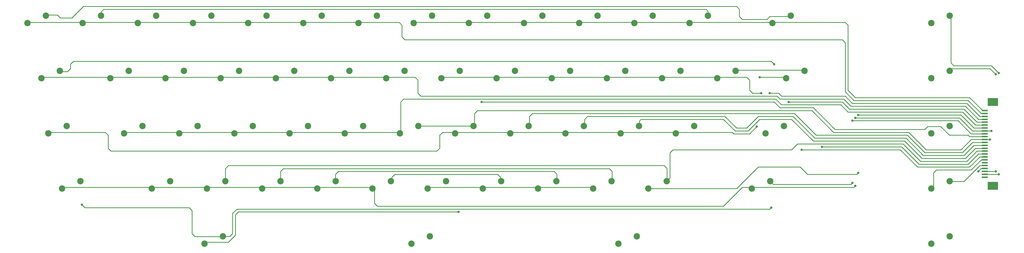
<source format=gtl>
G04 #@! TF.GenerationSoftware,KiCad,Pcbnew,5.1.6-c6e7f7d~86~ubuntu18.04.1*
G04 #@! TF.CreationDate,2020-05-27T13:00:31-07:00*
G04 #@! TF.ProjectId,kbd800xl,6b626438-3030-4786-9c2e-6b696361645f,1.0*
G04 #@! TF.SameCoordinates,Original*
G04 #@! TF.FileFunction,Copper,L1,Top*
G04 #@! TF.FilePolarity,Positive*
%FSLAX46Y46*%
G04 Gerber Fmt 4.6, Leading zero omitted, Abs format (unit mm)*
G04 Created by KiCad (PCBNEW 5.1.6-c6e7f7d~86~ubuntu18.04.1) date 2020-05-27 13:00:31*
%MOMM*%
%LPD*%
G01*
G04 APERTURE LIST*
G04 #@! TA.AperFunction,ComponentPad*
%ADD10C,2.200000*%
G04 #@! TD*
G04 #@! TA.AperFunction,SMDPad,CuDef*
%ADD11R,3.600000X2.680000*%
G04 #@! TD*
G04 #@! TA.AperFunction,SMDPad,CuDef*
%ADD12R,2.000000X0.610000*%
G04 #@! TD*
G04 #@! TA.AperFunction,ViaPad*
%ADD13C,0.800000*%
G04 #@! TD*
G04 #@! TA.AperFunction,Conductor*
%ADD14C,0.250000*%
G04 #@! TD*
G04 APERTURE END LIST*
D10*
X143827500Y-74453750D03*
X150177500Y-71913750D03*
X260508750Y-55403750D03*
X266858750Y-52863750D03*
X255746250Y-74453750D03*
X262096250Y-71913750D03*
X17621250Y-74453750D03*
X23971250Y-71913750D03*
X267652500Y-36353750D03*
X274002500Y-33813750D03*
X262890000Y-17303750D03*
X269240000Y-14763750D03*
X317746250Y-55403750D03*
X324096250Y-52863750D03*
D11*
X339000000Y-44510000D03*
X339000000Y-73490000D03*
D12*
X336200000Y-47500000D03*
X336200000Y-48500000D03*
X336200000Y-49500000D03*
X336200000Y-50500000D03*
X336200000Y-51500000D03*
X336200000Y-52500000D03*
X336200000Y-53500000D03*
X336200000Y-54500000D03*
X336200000Y-55500000D03*
X336200000Y-56500000D03*
X336200000Y-57500000D03*
X336200000Y-58500000D03*
X336200000Y-59500000D03*
X336200000Y-60500000D03*
X336200000Y-61500000D03*
X336200000Y-62500000D03*
X336200000Y-63500000D03*
X336200000Y-64500000D03*
X336200000Y-65500000D03*
X336200000Y-66500000D03*
X336200000Y-67500000D03*
X336200000Y-68500000D03*
X336200000Y-69500000D03*
X336200000Y-70500000D03*
D10*
X317746250Y-93503750D03*
X324096250Y-90963750D03*
X317746250Y-74453750D03*
X324096250Y-71913750D03*
X317746250Y-36353750D03*
X324096250Y-33813750D03*
X317746250Y-17303750D03*
X324096250Y-14763750D03*
X209708750Y-93503750D03*
X216058750Y-90963750D03*
X66833750Y-93503750D03*
X73183750Y-90963750D03*
X138271250Y-93503750D03*
X144621250Y-90963750D03*
X220027500Y-74453750D03*
X226377500Y-71913750D03*
X200977500Y-74453750D03*
X207327500Y-71913750D03*
X181927500Y-74453750D03*
X188277500Y-71913750D03*
X162877500Y-74453750D03*
X169227500Y-71913750D03*
X124777500Y-74453750D03*
X131127500Y-71913750D03*
X105727500Y-74453750D03*
X112077500Y-71913750D03*
X86677500Y-74453750D03*
X93027500Y-71913750D03*
X67627500Y-74453750D03*
X73977500Y-71913750D03*
X48577500Y-74453750D03*
X54927500Y-71913750D03*
X229552500Y-55403750D03*
X235902500Y-52863750D03*
X210502500Y-55403750D03*
X216852500Y-52863750D03*
X191452500Y-55403750D03*
X197802500Y-52863750D03*
X172402500Y-55403750D03*
X178752500Y-52863750D03*
X153352500Y-55403750D03*
X159702500Y-52863750D03*
X134302500Y-55403750D03*
X140652500Y-52863750D03*
X115252500Y-55403750D03*
X121602500Y-52863750D03*
X96202500Y-55403750D03*
X102552500Y-52863750D03*
X77152500Y-55403750D03*
X83502500Y-52863750D03*
X58102500Y-55403750D03*
X64452500Y-52863750D03*
X39052500Y-55403750D03*
X45402500Y-52863750D03*
X12858750Y-55403750D03*
X19208750Y-52863750D03*
X10477500Y-36353750D03*
X16827500Y-33813750D03*
X5715000Y-17303750D03*
X12065000Y-14763750D03*
X243840000Y-36353750D03*
X250190000Y-33813750D03*
X224790000Y-36353750D03*
X231140000Y-33813750D03*
X205740000Y-36353750D03*
X212090000Y-33813750D03*
X186690000Y-36353750D03*
X193040000Y-33813750D03*
X167640000Y-36353750D03*
X173990000Y-33813750D03*
X148590000Y-36353750D03*
X154940000Y-33813750D03*
X129540000Y-36353750D03*
X135890000Y-33813750D03*
X110490000Y-36353750D03*
X116840000Y-33813750D03*
X91440000Y-36353750D03*
X97790000Y-33813750D03*
X72390000Y-36353750D03*
X78740000Y-33813750D03*
X53340000Y-36353750D03*
X59690000Y-33813750D03*
X34290000Y-36353750D03*
X40640000Y-33813750D03*
X234315000Y-17303750D03*
X240665000Y-14763750D03*
X215265000Y-17303750D03*
X221615000Y-14763750D03*
X196215000Y-17303750D03*
X202565000Y-14763750D03*
X177165000Y-17303750D03*
X183515000Y-14763750D03*
X158115000Y-17303750D03*
X164465000Y-14763750D03*
X139065000Y-17303750D03*
X145415000Y-14763750D03*
X120015000Y-17303750D03*
X126365000Y-14763750D03*
X100965000Y-17303750D03*
X107315000Y-14763750D03*
X81915000Y-17303750D03*
X88265000Y-14763750D03*
X62865000Y-17303750D03*
X69215000Y-14763750D03*
X43815000Y-17303750D03*
X50165000Y-14763750D03*
X24765000Y-17303750D03*
X31115000Y-14763750D03*
D13*
X154499976Y-82500000D03*
X262000000Y-41500000D03*
X259000000Y-41500000D03*
X258500000Y-36000000D03*
X268500000Y-44500000D03*
X257500000Y-53000000D03*
X338500000Y-54500000D03*
X341000000Y-34500000D03*
X341000000Y-69500000D03*
X340000000Y-35000000D03*
X340000000Y-68500000D03*
X334000000Y-68450000D03*
X338000000Y-57500000D03*
X291499996Y-50000000D03*
X291499996Y-73499996D03*
X292499990Y-49000000D03*
X292500000Y-69000000D03*
X263500000Y-31500000D03*
X273000000Y-61000000D03*
X280000004Y-60000000D03*
X162500000Y-44500000D03*
X24500000Y-80000000D03*
X290500000Y-51000022D03*
X290500000Y-72500014D03*
X262499986Y-81000000D03*
D14*
X6000000Y-17000000D02*
X24461250Y-17000000D01*
X5715000Y-17303750D02*
X5715000Y-17285000D01*
X24461250Y-17000000D02*
X24765000Y-17303750D01*
X5715000Y-17285000D02*
X6000000Y-17000000D01*
X24765000Y-17303750D02*
X24765000Y-17235000D01*
X24765000Y-17235000D02*
X25000000Y-17000000D01*
X43511250Y-17000000D02*
X43815000Y-17303750D01*
X25000000Y-17000000D02*
X43511250Y-17000000D01*
X43815000Y-17303750D02*
X43815000Y-17185000D01*
X43815000Y-17185000D02*
X44000000Y-17000000D01*
X62561250Y-17000000D02*
X62865000Y-17303750D01*
X44000000Y-17000000D02*
X62561250Y-17000000D01*
X62865000Y-17303750D02*
X62865000Y-17135000D01*
X62865000Y-17135000D02*
X63000000Y-17000000D01*
X81611250Y-17000000D02*
X81915000Y-17303750D01*
X63000000Y-17000000D02*
X81611250Y-17000000D01*
X81915000Y-17303750D02*
X81915000Y-17085000D01*
X81915000Y-17085000D02*
X82000000Y-17000000D01*
X100661250Y-17000000D02*
X100965000Y-17303750D01*
X82000000Y-17000000D02*
X100661250Y-17000000D01*
X100965000Y-17303750D02*
X100965000Y-17035000D01*
X100965000Y-17035000D02*
X101000000Y-17000000D01*
X119711250Y-17000000D02*
X120015000Y-17303750D01*
X101000000Y-17000000D02*
X119711250Y-17000000D01*
X120696250Y-17303750D02*
X120015000Y-17303750D01*
X134000000Y-17000000D02*
X121000000Y-17000000D01*
X135000000Y-18000000D02*
X134000000Y-17000000D01*
X135000000Y-22000000D02*
X135000000Y-18000000D01*
X136000000Y-23000000D02*
X135000000Y-22000000D01*
X335000000Y-48500000D02*
X330500000Y-44000000D01*
X287000000Y-23000000D02*
X136000000Y-23000000D01*
X330500000Y-44000000D02*
X291000000Y-44000000D01*
X336200000Y-48500000D02*
X335000000Y-48500000D01*
X121000000Y-17000000D02*
X120696250Y-17303750D01*
X288000000Y-41000000D02*
X288000000Y-24000000D01*
X291000000Y-44000000D02*
X288000000Y-41000000D01*
X288000000Y-24000000D02*
X287000000Y-23000000D01*
X139065000Y-17303750D02*
X139065000Y-17065000D01*
X139130000Y-17000000D02*
X157811250Y-17000000D01*
X157811250Y-17000000D02*
X158115000Y-17303750D01*
X139065000Y-17065000D02*
X139130000Y-17000000D01*
X158115000Y-17303750D02*
X158115000Y-17115000D01*
X158115000Y-17115000D02*
X158230000Y-17000000D01*
X176861250Y-17000000D02*
X177165000Y-17303750D01*
X158230000Y-17000000D02*
X176861250Y-17000000D01*
X177165000Y-17303750D02*
X177165000Y-17165000D01*
X177165000Y-17165000D02*
X177330000Y-17000000D01*
X195911250Y-17000000D02*
X196215000Y-17303750D01*
X177330000Y-17000000D02*
X195911250Y-17000000D01*
X196215000Y-17303750D02*
X196215000Y-17215000D01*
X196215000Y-17215000D02*
X196430000Y-17000000D01*
X214961250Y-17000000D02*
X215265000Y-17303750D01*
X196430000Y-17000000D02*
X214961250Y-17000000D01*
X215265000Y-17303750D02*
X215265000Y-17265000D01*
X215265000Y-17265000D02*
X215530000Y-17000000D01*
X234011250Y-17000000D02*
X234315000Y-17303750D01*
X215530000Y-17000000D02*
X234011250Y-17000000D01*
X234315000Y-17303750D02*
X234696250Y-17303750D01*
X335500000Y-47500000D02*
X331000000Y-43000000D01*
X336200000Y-47500000D02*
X335500000Y-47500000D01*
X289000000Y-40500000D02*
X289000000Y-18000000D01*
X288000000Y-17000000D02*
X263193750Y-17000000D01*
X331000000Y-43000000D02*
X291500000Y-43000000D01*
X291500000Y-43000000D02*
X289000000Y-40500000D01*
X263193750Y-17000000D02*
X262890000Y-17303750D01*
X289000000Y-18000000D02*
X288000000Y-17000000D01*
X234607500Y-17000000D02*
X262586250Y-17000000D01*
X234315000Y-17303750D02*
X234303750Y-17303750D01*
X262586250Y-17000000D02*
X262890000Y-17303750D01*
X234303750Y-17303750D02*
X234607500Y-17000000D01*
X86000000Y-82500000D02*
X154499976Y-82500000D01*
X77500000Y-90500000D02*
X77500000Y-83500000D01*
X66833750Y-93503750D02*
X67337500Y-93000000D01*
X75000000Y-93000000D02*
X77500000Y-90500000D01*
X67337500Y-93000000D02*
X75000000Y-93000000D01*
X77500000Y-83500000D02*
X78500000Y-82500000D01*
X78500000Y-82500000D02*
X86000000Y-82500000D01*
X10477500Y-36353750D02*
X10646250Y-36353750D01*
X10646250Y-36353750D02*
X11000000Y-36000000D01*
X33936250Y-36000000D02*
X34290000Y-36353750D01*
X11000000Y-36000000D02*
X33936250Y-36000000D01*
X34290000Y-36353750D02*
X34290000Y-36210000D01*
X34290000Y-36210000D02*
X34500000Y-36000000D01*
X52986250Y-36000000D02*
X53340000Y-36353750D01*
X34500000Y-36000000D02*
X52986250Y-36000000D01*
X53340000Y-36353750D02*
X53340000Y-36160000D01*
X53340000Y-36160000D02*
X53500000Y-36000000D01*
X72036250Y-36000000D02*
X72390000Y-36353750D01*
X53500000Y-36000000D02*
X72036250Y-36000000D01*
X72390000Y-36353750D02*
X72390000Y-36110000D01*
X72390000Y-36110000D02*
X72500000Y-36000000D01*
X91086250Y-36000000D02*
X91440000Y-36353750D01*
X72500000Y-36000000D02*
X91086250Y-36000000D01*
X91440000Y-36353750D02*
X91440000Y-36060000D01*
X91440000Y-36060000D02*
X91500000Y-36000000D01*
X110136250Y-36000000D02*
X110490000Y-36353750D01*
X91500000Y-36000000D02*
X110136250Y-36000000D01*
X110490000Y-36353750D02*
X110490000Y-36010000D01*
X110490000Y-36010000D02*
X110500000Y-36000000D01*
X129186250Y-36000000D02*
X129540000Y-36353750D01*
X110500000Y-36000000D02*
X129186250Y-36000000D01*
X287500000Y-43500000D02*
X290000000Y-46000000D01*
X265500000Y-43500000D02*
X287500000Y-43500000D01*
X290000000Y-46000000D02*
X329500000Y-46000000D01*
X264500000Y-42500000D02*
X265500000Y-43500000D01*
X140500000Y-41500000D02*
X141500000Y-42500000D01*
X129540000Y-36353750D02*
X129893750Y-36000000D01*
X329500000Y-46000000D02*
X334000000Y-50500000D01*
X129893750Y-36000000D02*
X139500000Y-36000000D01*
X139500000Y-36000000D02*
X140500000Y-37000000D01*
X334000000Y-50500000D02*
X336200000Y-50500000D01*
X140500000Y-37000000D02*
X140500000Y-41500000D01*
X141500000Y-42500000D02*
X264500000Y-42500000D01*
X148590000Y-36353750D02*
X148646250Y-36353750D01*
X148646250Y-36353750D02*
X149000000Y-36000000D01*
X167286250Y-36000000D02*
X167640000Y-36353750D01*
X149000000Y-36000000D02*
X167286250Y-36000000D01*
X186690000Y-36353750D02*
X186690000Y-36190000D01*
X186690000Y-36190000D02*
X186500000Y-36000000D01*
X167993750Y-36000000D02*
X167640000Y-36353750D01*
X186500000Y-36000000D02*
X167993750Y-36000000D01*
X186690000Y-36353750D02*
X186690000Y-36310000D01*
X186690000Y-36310000D02*
X187000000Y-36000000D01*
X205386250Y-36000000D02*
X205740000Y-36353750D01*
X187000000Y-36000000D02*
X205386250Y-36000000D01*
X205740000Y-36353750D02*
X205740000Y-36260000D01*
X205740000Y-36260000D02*
X206000000Y-36000000D01*
X224436250Y-36000000D02*
X224790000Y-36353750D01*
X206000000Y-36000000D02*
X224436250Y-36000000D01*
X224790000Y-36353750D02*
X224790000Y-36210000D01*
X224790000Y-36210000D02*
X225000000Y-36000000D01*
X243486250Y-36000000D02*
X243840000Y-36353750D01*
X225000000Y-36000000D02*
X243486250Y-36000000D01*
X334500000Y-49500000D02*
X336200000Y-49500000D01*
X265000000Y-41500000D02*
X266000000Y-42500000D01*
X262000000Y-41500000D02*
X265000000Y-41500000D01*
X266000000Y-42500000D02*
X288000000Y-42500000D01*
X288000000Y-42500000D02*
X290500000Y-45000000D01*
X290500000Y-45000000D02*
X330000000Y-45000000D01*
X330000000Y-45000000D02*
X334500000Y-49500000D01*
X256000000Y-41500000D02*
X259000000Y-41500000D01*
X255000000Y-37000000D02*
X255000000Y-40500000D01*
X254000000Y-36000000D02*
X255000000Y-37000000D01*
X255000000Y-40500000D02*
X256000000Y-41500000D01*
X243840000Y-36353750D02*
X244193750Y-36000000D01*
X244193750Y-36000000D02*
X254000000Y-36000000D01*
X39052500Y-55403750D02*
X39096250Y-55403750D01*
X39096250Y-55403750D02*
X39500000Y-55000000D01*
X57698750Y-55000000D02*
X58102500Y-55403750D01*
X39500000Y-55000000D02*
X57698750Y-55000000D01*
X58102500Y-55403750D02*
X58102500Y-55102500D01*
X58102500Y-55102500D02*
X58205000Y-55000000D01*
X76748750Y-55000000D02*
X77152500Y-55403750D01*
X58205000Y-55000000D02*
X76748750Y-55000000D01*
X77152500Y-55403750D02*
X77152500Y-55347500D01*
X77152500Y-55347500D02*
X77500000Y-55000000D01*
X95798750Y-55000000D02*
X96202500Y-55403750D01*
X77500000Y-55000000D02*
X95798750Y-55000000D01*
X96202500Y-55403750D02*
X96202500Y-55297500D01*
X96202500Y-55297500D02*
X96500000Y-55000000D01*
X114848750Y-55000000D02*
X115252500Y-55403750D01*
X96500000Y-55000000D02*
X114848750Y-55000000D01*
X115252500Y-55403750D02*
X115252500Y-55247500D01*
X115252500Y-55247500D02*
X115500000Y-55000000D01*
X133898750Y-55000000D02*
X134302500Y-55403750D01*
X115500000Y-55000000D02*
X133898750Y-55000000D01*
X134500000Y-55206250D02*
X134302500Y-55403750D01*
X134500000Y-44500000D02*
X134500000Y-55206250D01*
X135500000Y-43500000D02*
X134500000Y-44500000D01*
X333000000Y-52500000D02*
X328500000Y-48000000D01*
X336200000Y-52500000D02*
X333000000Y-52500000D01*
X328500000Y-48000000D02*
X289000000Y-48000000D01*
X264000000Y-43500000D02*
X135500000Y-43500000D01*
X289000000Y-48000000D02*
X286500000Y-45500000D01*
X286500000Y-45500000D02*
X266000000Y-45500000D01*
X266000000Y-45500000D02*
X264000000Y-43500000D01*
X148000000Y-56000000D02*
X149000000Y-55000000D01*
X148000000Y-60500000D02*
X148000000Y-56000000D01*
X147000000Y-61500000D02*
X148000000Y-60500000D01*
X152948750Y-55000000D02*
X153352500Y-55403750D01*
X149000000Y-55000000D02*
X152948750Y-55000000D01*
X34500000Y-61500000D02*
X147000000Y-61500000D01*
X13096250Y-55403750D02*
X13500000Y-55000000D01*
X12858750Y-55403750D02*
X13096250Y-55403750D01*
X13500000Y-55000000D02*
X32500000Y-55000000D01*
X32500000Y-55000000D02*
X33500000Y-56000000D01*
X33500000Y-56000000D02*
X33500000Y-60500000D01*
X33500000Y-60500000D02*
X34500000Y-61500000D01*
X153352500Y-55403750D02*
X153352500Y-55147500D01*
X153352500Y-55147500D02*
X153500000Y-55000000D01*
X171998750Y-55000000D02*
X172402500Y-55403750D01*
X153500000Y-55000000D02*
X171998750Y-55000000D01*
X172402500Y-55403750D02*
X172402500Y-55097500D01*
X172402500Y-55097500D02*
X172500000Y-55000000D01*
X191048750Y-55000000D02*
X191452500Y-55403750D01*
X172500000Y-55000000D02*
X191048750Y-55000000D01*
X191452500Y-55403750D02*
X191452500Y-55047500D01*
X191452500Y-55047500D02*
X191500000Y-55000000D01*
X210098750Y-55000000D02*
X210502500Y-55403750D01*
X191500000Y-55000000D02*
X210098750Y-55000000D01*
X210502500Y-55403750D02*
X210502500Y-55002500D01*
X210502500Y-55002500D02*
X210505000Y-55000000D01*
X229148750Y-55000000D02*
X229552500Y-55403750D01*
X210505000Y-55000000D02*
X229148750Y-55000000D01*
X229605000Y-55000000D02*
X247000000Y-55000000D01*
X229552500Y-55403750D02*
X229552500Y-55052500D01*
X229552500Y-55052500D02*
X229605000Y-55000000D01*
X267298750Y-36000000D02*
X267652500Y-36353750D01*
X258500000Y-36000000D02*
X267298750Y-36000000D01*
X289500000Y-47000000D02*
X287000000Y-44500000D01*
X333500000Y-51500000D02*
X329000000Y-47000000D01*
X287000000Y-44500000D02*
X268500000Y-44500000D01*
X329000000Y-47000000D02*
X289500000Y-47000000D01*
X336200000Y-51500000D02*
X333500000Y-51500000D01*
X247000000Y-55000000D02*
X249000000Y-55000000D01*
X249000000Y-55000000D02*
X249500000Y-55500000D01*
X249500000Y-55500000D02*
X255000000Y-55500000D01*
X255000000Y-55500000D02*
X257500000Y-53000000D01*
X338500000Y-54500000D02*
X336200000Y-54500000D01*
X336200000Y-69500000D02*
X341000000Y-69500000D01*
X336200000Y-68500000D02*
X340000000Y-68500000D01*
X334950000Y-67500000D02*
X334000000Y-68450000D01*
X336200000Y-67500000D02*
X334950000Y-67500000D01*
X240665000Y-14763750D02*
X240665000Y-13165000D01*
X240665000Y-13165000D02*
X240000000Y-12500000D01*
X240000000Y-12500000D02*
X32000000Y-12500000D01*
X31115000Y-13385000D02*
X31115000Y-14763750D01*
X32000000Y-12500000D02*
X31115000Y-13385000D01*
X140652500Y-52863750D02*
X159702500Y-52863750D01*
X338000000Y-57500000D02*
X336200000Y-57500000D01*
X216500000Y-90522500D02*
X216058750Y-90963750D01*
X73000000Y-90780000D02*
X73183750Y-90963750D01*
X124777500Y-74453750D02*
X124453750Y-74453750D01*
X124453750Y-74453750D02*
X124000000Y-74000000D01*
X106181250Y-74000000D02*
X105727500Y-74453750D01*
X124000000Y-74000000D02*
X106181250Y-74000000D01*
X105727500Y-74453750D02*
X105453750Y-74453750D01*
X105453750Y-74453750D02*
X105000000Y-74000000D01*
X87131250Y-74000000D02*
X86677500Y-74453750D01*
X105000000Y-74000000D02*
X87131250Y-74000000D01*
X86677500Y-74453750D02*
X86453750Y-74453750D01*
X86453750Y-74453750D02*
X86000000Y-74000000D01*
X68081250Y-74000000D02*
X67627500Y-74453750D01*
X86000000Y-74000000D02*
X68081250Y-74000000D01*
X67627500Y-74453750D02*
X67453750Y-74453750D01*
X67453750Y-74453750D02*
X67000000Y-74000000D01*
X49031250Y-74000000D02*
X48577500Y-74453750D01*
X67000000Y-74000000D02*
X49031250Y-74000000D01*
X48577500Y-74453750D02*
X48453750Y-74453750D01*
X48453750Y-74453750D02*
X48000000Y-74000000D01*
X18075000Y-74000000D02*
X17621250Y-74453750D01*
X48000000Y-74000000D02*
X18075000Y-74000000D01*
X332000000Y-54500000D02*
X327500000Y-50000000D01*
X327500000Y-50000000D02*
X291499996Y-50000000D01*
X336200000Y-54500000D02*
X332000000Y-54500000D01*
X291499996Y-73500004D02*
X291499996Y-73499996D01*
X291000000Y-74000000D02*
X291499996Y-73500004D01*
X256500000Y-74000000D02*
X291000000Y-74000000D01*
X256046250Y-74453750D02*
X256500000Y-74000000D01*
X255746250Y-74453750D02*
X256046250Y-74453750D01*
X125500000Y-79500000D02*
X126500000Y-80500000D01*
X126500000Y-80500000D02*
X246000000Y-80500000D01*
X255292500Y-74000000D02*
X255746250Y-74453750D01*
X125500000Y-75176250D02*
X125500000Y-79500000D01*
X124777500Y-74453750D02*
X125500000Y-75176250D01*
X246000000Y-80500000D02*
X252500000Y-74000000D01*
X252500000Y-74000000D02*
X255292500Y-74000000D01*
X220027500Y-74453750D02*
X219453750Y-74453750D01*
X201431250Y-74000000D02*
X200977500Y-74453750D01*
X200977500Y-74453750D02*
X200953750Y-74453750D01*
X200953750Y-74453750D02*
X200500000Y-74000000D01*
X182381250Y-74000000D02*
X181927500Y-74453750D01*
X200500000Y-74000000D02*
X182381250Y-74000000D01*
X181927500Y-74453750D02*
X181453750Y-74453750D01*
X181453750Y-74453750D02*
X181000000Y-74000000D01*
X163331250Y-74000000D02*
X162877500Y-74453750D01*
X181000000Y-74000000D02*
X163331250Y-74000000D01*
X162877500Y-74453750D02*
X162877500Y-74377500D01*
X162877500Y-74377500D02*
X162500000Y-74000000D01*
X144281250Y-74000000D02*
X143827500Y-74453750D01*
X162500000Y-74000000D02*
X144281250Y-74000000D01*
X332500000Y-53500000D02*
X328000000Y-49000000D01*
X328000000Y-49000000D02*
X292499990Y-49000000D01*
X336200000Y-53500000D02*
X332500000Y-53500000D01*
X292000000Y-69500000D02*
X292500000Y-69000000D01*
X275000000Y-69500000D02*
X292000000Y-69500000D01*
X272500000Y-67000000D02*
X275000000Y-69500000D01*
X258000000Y-67000000D02*
X272500000Y-67000000D01*
X220027500Y-74453750D02*
X250546250Y-74453750D01*
X250546250Y-74453750D02*
X258000000Y-67000000D01*
X318500000Y-74407500D02*
X318546250Y-74453750D01*
X336200000Y-64500000D02*
X335000000Y-64500000D01*
X318546250Y-74453750D02*
X317746250Y-74453750D01*
X335000000Y-64500000D02*
X331500000Y-68000000D01*
X331500000Y-68000000D02*
X319500000Y-68000000D01*
X319500000Y-68000000D02*
X318500000Y-69000000D01*
X318500000Y-73700000D02*
X317746250Y-74453750D01*
X318500000Y-69000000D02*
X318500000Y-73700000D01*
X338500000Y-32000000D02*
X341000000Y-34500000D01*
X325500000Y-32000000D02*
X338500000Y-32000000D01*
X324500000Y-14763750D02*
X324500000Y-31000000D01*
X324500000Y-31000000D02*
X325500000Y-32000000D01*
X338000000Y-33000000D02*
X340000000Y-35000000D01*
X324096250Y-33813750D02*
X324910000Y-33000000D01*
X324910000Y-33000000D02*
X338000000Y-33000000D01*
X336200000Y-66500000D02*
X334500000Y-66500000D01*
X334500000Y-66500000D02*
X329000000Y-72000000D01*
X324182500Y-72000000D02*
X324096250Y-71913750D01*
X329000000Y-72000000D02*
X324182500Y-72000000D01*
X336200000Y-63270000D02*
X335906411Y-63270000D01*
X269240000Y-14763750D02*
X269240000Y-14240000D01*
X269240000Y-14240000D02*
X269000000Y-14000000D01*
X17013750Y-34000000D02*
X16827500Y-33813750D01*
X19500000Y-34000000D02*
X17013750Y-34000000D01*
X262500000Y-30500000D02*
X21500000Y-30500000D01*
X20500000Y-33000000D02*
X19500000Y-34000000D01*
X20500000Y-31500000D02*
X20500000Y-33000000D01*
X21500000Y-30500000D02*
X20500000Y-31500000D01*
X262500000Y-30500000D02*
X263500000Y-31500000D01*
X280000000Y-61000000D02*
X273000000Y-61000000D01*
X307000000Y-61000000D02*
X279500000Y-61000000D01*
X313000000Y-67000000D02*
X307000000Y-61000000D01*
X336200000Y-63500000D02*
X334500000Y-63500000D01*
X331000000Y-67000000D02*
X313000000Y-67000000D01*
X334500000Y-63500000D02*
X331000000Y-67000000D01*
X269003750Y-15000000D02*
X269240000Y-14763750D01*
X262000000Y-15000000D02*
X269003750Y-15000000D01*
X251500000Y-12500000D02*
X251500000Y-15000000D01*
X250500000Y-11500000D02*
X251500000Y-12500000D01*
X25000000Y-11500000D02*
X250500000Y-11500000D01*
X16000000Y-14500000D02*
X17000000Y-15500000D01*
X21000000Y-15500000D02*
X25000000Y-11500000D01*
X261000000Y-16000000D02*
X262000000Y-15000000D01*
X252500000Y-16000000D02*
X261000000Y-16000000D01*
X251500000Y-15000000D02*
X252500000Y-16000000D01*
X12236250Y-14763750D02*
X12500000Y-14500000D01*
X12065000Y-14763750D02*
X12236250Y-14763750D01*
X12500000Y-14500000D02*
X16000000Y-14500000D01*
X17000000Y-15500000D02*
X21000000Y-15500000D01*
X250190000Y-33813750D02*
X250686250Y-33813750D01*
X250686250Y-33813750D02*
X251000000Y-33500000D01*
X273688750Y-33500000D02*
X274002500Y-33813750D01*
X251000000Y-33500000D02*
X273688750Y-33500000D01*
X307500000Y-60000000D02*
X280000004Y-60000000D01*
X313500000Y-66000000D02*
X307500000Y-60000000D01*
X330500000Y-66000000D02*
X313500000Y-66000000D01*
X336200000Y-62500000D02*
X334000000Y-62500000D01*
X334000000Y-62500000D02*
X330500000Y-66000000D01*
X226500000Y-71791250D02*
X226377500Y-71913750D01*
X226500000Y-67500000D02*
X226500000Y-71791250D01*
X225500000Y-66500000D02*
X226500000Y-67500000D01*
X73977500Y-71913750D02*
X73977500Y-67522500D01*
X75000000Y-66500000D02*
X225500000Y-66500000D01*
X73977500Y-67522500D02*
X75000000Y-66500000D01*
X227477499Y-62022501D02*
X227477499Y-70813751D01*
X227477499Y-70813751D02*
X226377500Y-71913750D01*
X228500000Y-61000000D02*
X227477499Y-62022501D01*
X333500000Y-61500000D02*
X330000000Y-65000000D01*
X269500000Y-61000000D02*
X228500000Y-61000000D01*
X336200000Y-61500000D02*
X333500000Y-61500000D01*
X271500000Y-59000000D02*
X269500000Y-61000000D01*
X314000000Y-65000000D02*
X308000000Y-59000000D01*
X330000000Y-65000000D02*
X314000000Y-65000000D01*
X308000000Y-59000000D02*
X271500000Y-59000000D01*
X207500000Y-71741250D02*
X207327500Y-71913750D01*
X206549989Y-67549989D02*
X207500000Y-68500000D01*
X93950011Y-67549989D02*
X206549989Y-67549989D01*
X93027500Y-71913750D02*
X93027500Y-68472500D01*
X207500000Y-68500000D02*
X207500000Y-71741250D01*
X93027500Y-68472500D02*
X93950011Y-67549989D01*
X329500000Y-64000000D02*
X333000000Y-60500000D01*
X333000000Y-60500000D02*
X336200000Y-60500000D01*
X308500000Y-58000000D02*
X314500000Y-64000000D01*
X277000000Y-58000000D02*
X308500000Y-58000000D01*
X269500000Y-50500000D02*
X277000000Y-58000000D01*
X258500000Y-50500000D02*
X269500000Y-50500000D01*
X254500000Y-54500000D02*
X258500000Y-50500000D01*
X217000000Y-51000000D02*
X217500000Y-50500000D01*
X217000000Y-52716250D02*
X217000000Y-51000000D01*
X216852500Y-52863750D02*
X217000000Y-52716250D01*
X217500000Y-50500000D02*
X246000000Y-50500000D01*
X314500000Y-64000000D02*
X329500000Y-64000000D01*
X246000000Y-50500000D02*
X250000000Y-54500000D01*
X250000000Y-54500000D02*
X254500000Y-54500000D01*
X188500000Y-69500000D02*
X188500000Y-71691250D01*
X112077500Y-71577500D02*
X112000000Y-71500000D01*
X112000000Y-71500000D02*
X112000000Y-69500000D01*
X188500000Y-71691250D02*
X188277500Y-71913750D01*
X112077500Y-71913750D02*
X112077500Y-71577500D01*
X112000000Y-69500000D02*
X113000000Y-68500000D01*
X113000000Y-68500000D02*
X187500000Y-68500000D01*
X187500000Y-68500000D02*
X188500000Y-69500000D01*
X277500000Y-57000000D02*
X279000000Y-57000000D01*
X198000000Y-52666250D02*
X197802500Y-52863750D01*
X199000000Y-49500000D02*
X198000000Y-50500000D01*
X270000000Y-49500000D02*
X258000000Y-49500000D01*
X277500000Y-57000000D02*
X270000000Y-49500000D01*
X258000000Y-49500000D02*
X254000000Y-53500000D01*
X198000000Y-50500000D02*
X198000000Y-52666250D01*
X254000000Y-53500000D02*
X250500000Y-53500000D01*
X246500000Y-49500000D02*
X199000000Y-49500000D01*
X250500000Y-53500000D02*
X246500000Y-49500000D01*
X309000000Y-57000000D02*
X277500000Y-57000000D01*
X329000000Y-63000000D02*
X315000000Y-63000000D01*
X315000000Y-63000000D02*
X309000000Y-57000000D01*
X336200000Y-59500000D02*
X332500000Y-59500000D01*
X332500000Y-59500000D02*
X329000000Y-63000000D01*
X131127500Y-71372500D02*
X131500000Y-71000000D01*
X131500000Y-71000000D02*
X131500000Y-70500000D01*
X131127500Y-71913750D02*
X131127500Y-71372500D01*
X169000000Y-71686250D02*
X169227500Y-71913750D01*
X132500000Y-69500000D02*
X168000000Y-69500000D01*
X169000000Y-70500000D02*
X169000000Y-71686250D01*
X131500000Y-70500000D02*
X132500000Y-69500000D01*
X168000000Y-69500000D02*
X169000000Y-70500000D01*
X332000000Y-58500000D02*
X336200000Y-58500000D01*
X328500000Y-62000000D02*
X332000000Y-58500000D01*
X315500000Y-62000000D02*
X328500000Y-62000000D01*
X309500000Y-56000000D02*
X315500000Y-62000000D01*
X179000000Y-52616250D02*
X179000000Y-49500000D01*
X179000000Y-49500000D02*
X180000000Y-48500000D01*
X180000000Y-48500000D02*
X270500000Y-48500000D01*
X178752500Y-52863750D02*
X179000000Y-52616250D01*
X270500000Y-48500000D02*
X278000000Y-56000000D01*
X278000000Y-56000000D02*
X309500000Y-56000000D01*
X331500000Y-57500000D02*
X336200000Y-57500000D01*
X316000000Y-61000000D02*
X328000000Y-61000000D01*
X310000000Y-55000000D02*
X316000000Y-61000000D01*
X159702500Y-52863750D02*
X160000000Y-52566250D01*
X160000000Y-52566250D02*
X160000000Y-48500000D01*
X160000000Y-48500000D02*
X161000000Y-47500000D01*
X161000000Y-47500000D02*
X276500000Y-47500000D01*
X276500000Y-47500000D02*
X284000000Y-55000000D01*
X328000000Y-61000000D02*
X331500000Y-57500000D01*
X284000000Y-55000000D02*
X310000000Y-55000000D01*
X277000000Y-46500000D02*
X265500000Y-46500000D01*
X265500000Y-46500000D02*
X263500000Y-44500000D01*
X284500000Y-54000000D02*
X277000000Y-46500000D01*
X315500000Y-54000000D02*
X284500000Y-54000000D01*
X336200000Y-56500000D02*
X331000000Y-56500000D01*
X324000000Y-56000000D02*
X321000000Y-53000000D01*
X330500000Y-56000000D02*
X324000000Y-56000000D01*
X263500000Y-44500000D02*
X162500000Y-44500000D01*
X316500000Y-53000000D02*
X315500000Y-54000000D01*
X331000000Y-56500000D02*
X330500000Y-56000000D01*
X321000000Y-53000000D02*
X316500000Y-53000000D01*
X73183750Y-90963750D02*
X73183750Y-90683750D01*
X73000000Y-90500000D02*
X73000000Y-90000000D01*
X73183750Y-90683750D02*
X73000000Y-90500000D01*
X331500000Y-55500000D02*
X327000022Y-51000022D01*
X336200000Y-55500000D02*
X331500000Y-55500000D01*
X327000022Y-51000022D02*
X290500000Y-51000022D01*
X290000014Y-73000000D02*
X290500000Y-72500014D01*
X262096250Y-71913750D02*
X263182500Y-73000000D01*
X263182500Y-73000000D02*
X290000014Y-73000000D01*
X261999986Y-81500000D02*
X262499986Y-81000000D01*
X73147500Y-91000000D02*
X73183750Y-90963750D01*
X25500000Y-81000000D02*
X61500000Y-81000000D01*
X62500000Y-82000000D02*
X62500000Y-90000000D01*
X62500000Y-90000000D02*
X63500000Y-91000000D01*
X24500000Y-80000000D02*
X25500000Y-81000000D01*
X61500000Y-81000000D02*
X62500000Y-82000000D01*
X63500000Y-91000000D02*
X73147500Y-91000000D01*
X78000000Y-81500000D02*
X86000000Y-81500000D01*
X86000000Y-81500000D02*
X261999986Y-81500000D01*
X73183750Y-90963750D02*
X75536250Y-90963750D01*
X85500000Y-81500000D02*
X86000000Y-81500000D01*
X75536250Y-90963750D02*
X76500000Y-90000000D01*
X76500000Y-90000000D02*
X76500000Y-83000000D01*
X76500000Y-83000000D02*
X78000000Y-81500000D01*
M02*

</source>
